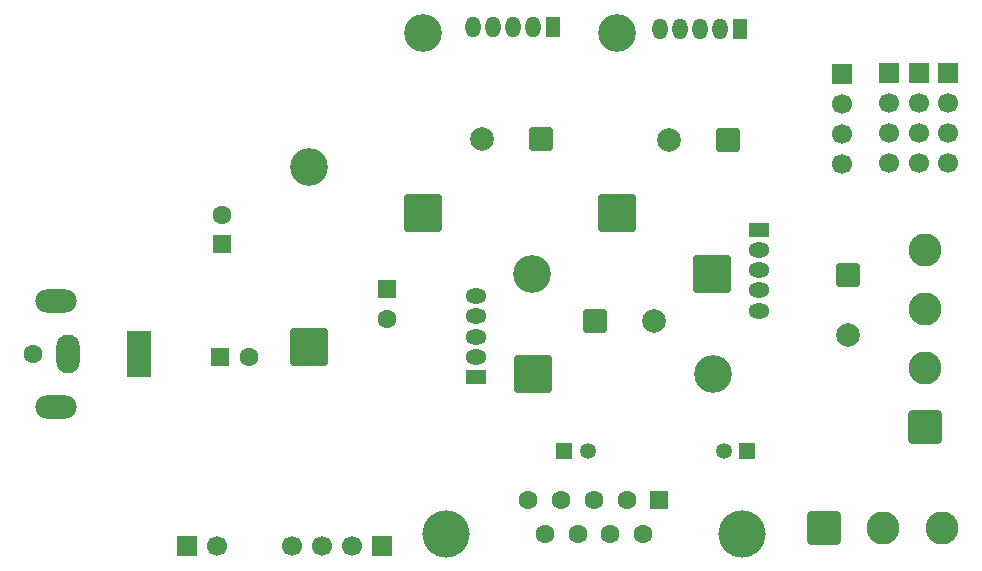
<source format=gbr>
%TF.GenerationSoftware,KiCad,Pcbnew,9.0.2*%
%TF.CreationDate,2025-06-26T14:56:16+08:00*%
%TF.ProjectId,deehli_board,64656568-6c69-45f6-926f-6172642e6b69,rev?*%
%TF.SameCoordinates,Original*%
%TF.FileFunction,Soldermask,Bot*%
%TF.FilePolarity,Negative*%
%FSLAX46Y46*%
G04 Gerber Fmt 4.6, Leading zero omitted, Abs format (unit mm)*
G04 Created by KiCad (PCBNEW 9.0.2) date 2025-06-26 14:56:16*
%MOMM*%
%LPD*%
G01*
G04 APERTURE LIST*
G04 Aperture macros list*
%AMRoundRect*
0 Rectangle with rounded corners*
0 $1 Rounding radius*
0 $2 $3 $4 $5 $6 $7 $8 $9 X,Y pos of 4 corners*
0 Add a 4 corners polygon primitive as box body*
4,1,4,$2,$3,$4,$5,$6,$7,$8,$9,$2,$3,0*
0 Add four circle primitives for the rounded corners*
1,1,$1+$1,$2,$3*
1,1,$1+$1,$4,$5*
1,1,$1+$1,$6,$7*
1,1,$1+$1,$8,$9*
0 Add four rect primitives between the rounded corners*
20,1,$1+$1,$2,$3,$4,$5,0*
20,1,$1+$1,$4,$5,$6,$7,0*
20,1,$1+$1,$6,$7,$8,$9,0*
20,1,$1+$1,$8,$9,$2,$3,0*%
G04 Aperture macros list end*
%ADD10RoundRect,0.250001X1.149999X-1.149999X1.149999X1.149999X-1.149999X1.149999X-1.149999X-1.149999X0*%
%ADD11C,2.800000*%
%ADD12R,1.700000X1.700000*%
%ADD13C,1.700000*%
%ADD14RoundRect,0.250000X-0.750000X-0.750000X0.750000X-0.750000X0.750000X0.750000X-0.750000X0.750000X0*%
%ADD15C,2.000000*%
%ADD16RoundRect,0.250001X-1.149999X-1.149999X1.149999X-1.149999X1.149999X1.149999X-1.149999X1.149999X0*%
%ADD17RoundRect,0.250000X-0.550000X0.550000X-0.550000X-0.550000X0.550000X-0.550000X0.550000X0.550000X0*%
%ADD18C,1.600000*%
%ADD19RoundRect,0.250000X0.750000X0.750000X-0.750000X0.750000X-0.750000X-0.750000X0.750000X-0.750000X0*%
%ADD20RoundRect,0.250000X0.550000X-0.550000X0.550000X0.550000X-0.550000X0.550000X-0.550000X-0.550000X0*%
%ADD21R,1.350000X1.350000*%
%ADD22C,1.350000*%
%ADD23C,4.000000*%
%ADD24R,1.600000X1.600000*%
%ADD25R,1.275000X1.800000*%
%ADD26O,1.275000X1.800000*%
%ADD27R,1.800000X1.275000*%
%ADD28O,1.800000X1.275000*%
%ADD29RoundRect,0.250000X-0.550000X-0.550000X0.550000X-0.550000X0.550000X0.550000X-0.550000X0.550000X0*%
%ADD30R,2.000000X4.000000*%
%ADD31O,2.000000X3.300000*%
%ADD32O,3.500000X2.000000*%
%ADD33RoundRect,0.250000X-0.750000X0.750000X-0.750000X-0.750000X0.750000X-0.750000X0.750000X0.750000X0*%
%ADD34RoundRect,0.250000X1.350000X-1.350000X1.350000X1.350000X-1.350000X1.350000X-1.350000X-1.350000X0*%
%ADD35C,3.200000*%
%ADD36RoundRect,0.250000X1.350000X1.350000X-1.350000X1.350000X-1.350000X-1.350000X1.350000X-1.350000X0*%
%ADD37RoundRect,0.250000X-1.350000X-1.350000X1.350000X-1.350000X1.350000X1.350000X-1.350000X1.350000X0*%
G04 APERTURE END LIST*
D10*
%TO.C,J6*%
X107500000Y-73891022D03*
D11*
X107500000Y-68891022D03*
X107500000Y-63891022D03*
X107500000Y-58891022D03*
%TD*%
D12*
%TO.C,PWR_IN2*%
X45021584Y-83891022D03*
D13*
X47561584Y-83891022D03*
%TD*%
D14*
%TO.C,C6*%
X79632323Y-64891022D03*
D15*
X84632323Y-64891022D03*
%TD*%
D16*
%TO.C,J5*%
X99000000Y-82391022D03*
D11*
X104000000Y-82391022D03*
X109000000Y-82391022D03*
%TD*%
D17*
%TO.C,C5*%
X62000000Y-62208643D03*
D18*
X62000000Y-64708643D03*
%TD*%
D19*
%TO.C,C3*%
X90867677Y-49581022D03*
D15*
X85867677Y-49581022D03*
%TD*%
D12*
%TO.C,J3*%
X61540000Y-83891022D03*
D13*
X59000000Y-83891022D03*
X56460000Y-83891022D03*
X53920000Y-83891022D03*
%TD*%
D20*
%TO.C,C1*%
X48000000Y-58391022D03*
D18*
X48000000Y-55891022D03*
%TD*%
D21*
%TO.C,JP1*%
X77000000Y-75891022D03*
D22*
X79000000Y-75891022D03*
%TD*%
D23*
%TO.C,J4*%
X67000000Y-82891022D03*
X92000000Y-82891022D03*
D24*
X85040000Y-80051022D03*
D18*
X82270000Y-80051022D03*
X79500000Y-80051022D03*
X76730000Y-80051022D03*
X73960000Y-80051022D03*
X83655000Y-82891022D03*
X80885000Y-82891022D03*
X78115000Y-82891022D03*
X75345000Y-82891022D03*
%TD*%
D12*
%TO.C,J2*%
X100500000Y-43951397D03*
D13*
X100500000Y-46491397D03*
X100500000Y-49031397D03*
X100500000Y-51571397D03*
%TD*%
D25*
%TO.C,U3*%
X91900000Y-40131022D03*
D26*
X90200000Y-40131022D03*
X88500000Y-40131022D03*
X86800000Y-40131022D03*
X85100000Y-40131022D03*
%TD*%
D27*
%TO.C,U6*%
X69500000Y-69591022D03*
D28*
X69500000Y-67891022D03*
X69500000Y-66191022D03*
X69500000Y-64491022D03*
X69500000Y-62791022D03*
%TD*%
D19*
%TO.C,C2*%
X75000000Y-49457183D03*
D15*
X70000000Y-49457183D03*
%TD*%
D21*
%TO.C,JP2*%
X92500000Y-75891022D03*
D22*
X90500000Y-75891022D03*
%TD*%
D29*
%TO.C,C4*%
X47817621Y-67891022D03*
D18*
X50317621Y-67891022D03*
%TD*%
D27*
%TO.C,U4*%
X93500000Y-57191022D03*
D28*
X93500000Y-58891022D03*
X93500000Y-60591022D03*
X93500000Y-62291022D03*
X93500000Y-63991022D03*
%TD*%
D18*
%TO.C,PWR_IN1*%
X32000000Y-67641022D03*
D30*
X41000000Y-67641022D03*
D31*
X35000000Y-67641022D03*
D32*
X34000000Y-63141022D03*
X34000000Y-72141022D03*
%TD*%
D25*
%TO.C,U2*%
X76032323Y-40007183D03*
D26*
X74332323Y-40007183D03*
X72632323Y-40007183D03*
X70932323Y-40007183D03*
X69232323Y-40007183D03*
%TD*%
D12*
%TO.C,J1*%
X104500000Y-43891022D03*
D13*
X104500000Y-46431022D03*
X104500000Y-48971022D03*
X104500000Y-51511022D03*
D12*
X107000000Y-43891022D03*
D13*
X107000000Y-46431022D03*
X107000000Y-48971022D03*
X107000000Y-51511022D03*
D12*
X109500000Y-43891022D03*
D13*
X109500000Y-46431022D03*
X109500000Y-48971022D03*
X109500000Y-51511022D03*
%TD*%
D33*
%TO.C,C7*%
X101000000Y-61023345D03*
D15*
X101000000Y-66023345D03*
%TD*%
D34*
%TO.C,D9*%
X65000000Y-55701022D03*
D35*
X65000000Y-40461022D03*
%TD*%
D36*
%TO.C,D8*%
X89500000Y-60891022D03*
D35*
X74260000Y-60891022D03*
%TD*%
D34*
%TO.C,D10*%
X81500000Y-55701022D03*
D35*
X81500000Y-40461022D03*
%TD*%
D37*
%TO.C,D11*%
X74380000Y-69391022D03*
D35*
X89620000Y-69391022D03*
%TD*%
D34*
%TO.C,D12*%
X55365000Y-67036022D03*
D35*
X55365000Y-51796022D03*
%TD*%
M02*

</source>
